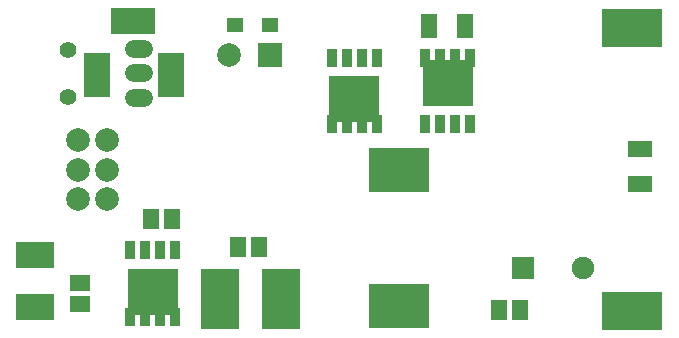
<source format=gts>
G04*
G04 #@! TF.GenerationSoftware,Altium Limited,Altium Designer,20.0.2 (26)*
G04*
G04 Layer_Color=8388736*
%FSLAX25Y25*%
%MOIN*%
G70*
G01*
G75*
%ADD24R,0.05367X0.06587*%
%ADD25R,0.07887X0.05249*%
%ADD26R,0.05249X0.07887*%
%ADD27R,0.06587X0.05367*%
%ADD28R,0.20485X0.14580*%
%ADD29R,0.12611X0.20485*%
%ADD30R,0.03202X0.06312*%
%ADD31R,0.16548X0.15800*%
%ADD32R,0.12611X0.08674*%
%ADD33R,0.05721X0.04737*%
%ADD34O,0.09461X0.05918*%
%ADD35C,0.05524*%
%ADD36R,0.14973X0.08674*%
%ADD37R,0.08674X0.14973*%
%ADD38R,0.07493X0.07493*%
%ADD39C,0.07493*%
%ADD40R,0.20485X0.12611*%
%ADD41R,0.07887X0.07887*%
%ADD42C,0.07887*%
%ADD43C,0.07887*%
D24*
X158622Y144095D02*
D03*
X151614D02*
D03*
X187854Y134744D02*
D03*
X180847D02*
D03*
X267756Y113779D02*
D03*
X274764D02*
D03*
D25*
X314665Y167283D02*
D03*
Y155551D02*
D03*
D26*
X244528Y208169D02*
D03*
X256260D02*
D03*
D27*
X128000Y122504D02*
D03*
Y115496D02*
D03*
D28*
X234252Y160366D02*
D03*
X234253Y115090D02*
D03*
D29*
X195177Y117323D02*
D03*
X174606Y117421D02*
D03*
D30*
X243110Y175528D02*
D03*
X248110D02*
D03*
X253110D02*
D03*
X258110D02*
D03*
X258110Y197701D02*
D03*
X253110D02*
D03*
X248110D02*
D03*
X243110D02*
D03*
X226969Y197701D02*
D03*
X221969D02*
D03*
X216968D02*
D03*
X211968D02*
D03*
X211968Y175528D02*
D03*
X216968D02*
D03*
X221969D02*
D03*
X226969D02*
D03*
X159862Y133591D02*
D03*
X154862D02*
D03*
X149862D02*
D03*
X144862D02*
D03*
X144862Y111417D02*
D03*
X149862D02*
D03*
X154862D02*
D03*
X159862D02*
D03*
D31*
X250610Y189433D02*
D03*
X219468Y183795D02*
D03*
X152362Y119685D02*
D03*
D32*
X113091Y114567D02*
D03*
Y132087D02*
D03*
D33*
X179823Y208661D02*
D03*
X191437D02*
D03*
D34*
X147736Y200776D02*
D03*
Y192508D02*
D03*
Y184240D02*
D03*
D35*
X124114Y200382D02*
D03*
Y184634D02*
D03*
D36*
X145669Y210039D02*
D03*
D37*
X158268Y191929D02*
D03*
X133858D02*
D03*
D38*
X275571Y127756D02*
D03*
D39*
X295571D02*
D03*
D40*
X312008Y207677D02*
D03*
Y113287D02*
D03*
D41*
X191535Y198721D02*
D03*
D42*
X177756D02*
D03*
D43*
X137205Y170177D02*
D03*
Y150492D02*
D03*
Y160335D02*
D03*
X127362Y170177D02*
D03*
Y160335D02*
D03*
Y150492D02*
D03*
M02*

</source>
